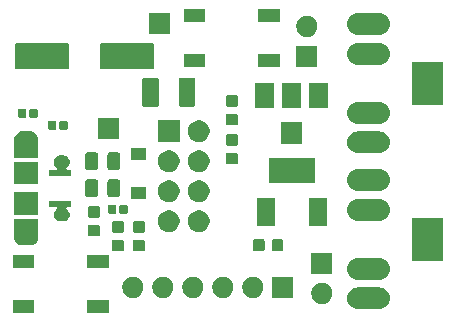
<source format=gbr>
G04 #@! TF.GenerationSoftware,KiCad,Pcbnew,5.1.6+dfsg1-1*
G04 #@! TF.CreationDate,2021-03-01T10:48:13-07:00*
G04 #@! TF.ProjectId,CurrentSensorV1,43757272-656e-4745-9365-6e736f725631,rev?*
G04 #@! TF.SameCoordinates,Original*
G04 #@! TF.FileFunction,Soldermask,Top*
G04 #@! TF.FilePolarity,Negative*
%FSLAX46Y46*%
G04 Gerber Fmt 4.6, Leading zero omitted, Abs format (unit mm)*
G04 Created by KiCad (PCBNEW 5.1.6+dfsg1-1) date 2021-03-01 10:48:13*
%MOMM*%
%LPD*%
G01*
G04 APERTURE LIST*
%ADD10C,0.350000*%
G04 APERTURE END LIST*
D10*
G36*
X141210995Y-91604996D02*
G01*
X139408997Y-91604996D01*
X139408997Y-90502996D01*
X141210995Y-90502996D01*
X141210995Y-91604996D01*
G37*
G36*
X134910998Y-91604996D02*
G01*
X133109000Y-91604996D01*
X133109000Y-90502996D01*
X134910998Y-90502996D01*
X134910998Y-91604996D01*
G37*
G36*
X164270529Y-89431398D02*
G01*
X164445079Y-89484348D01*
X164605947Y-89570333D01*
X164746949Y-89686051D01*
X164862667Y-89827053D01*
X164948652Y-89987921D01*
X165001602Y-90162471D01*
X165019480Y-90344000D01*
X165001602Y-90525529D01*
X164948652Y-90700079D01*
X164862667Y-90860947D01*
X164746949Y-91001949D01*
X164605947Y-91117667D01*
X164445079Y-91203652D01*
X164270529Y-91256602D01*
X164134490Y-91270000D01*
X162293510Y-91270000D01*
X162157471Y-91256602D01*
X161982921Y-91203652D01*
X161822053Y-91117667D01*
X161681051Y-91001949D01*
X161565333Y-90860947D01*
X161479348Y-90700079D01*
X161426398Y-90525529D01*
X161408520Y-90344000D01*
X161426398Y-90162471D01*
X161479348Y-89987921D01*
X161565333Y-89827053D01*
X161681051Y-89686051D01*
X161822053Y-89570333D01*
X161982921Y-89484348D01*
X162157471Y-89431398D01*
X162293510Y-89418000D01*
X164134490Y-89418000D01*
X164270529Y-89431398D01*
G37*
G36*
X159371512Y-89019927D02*
G01*
X159520812Y-89049624D01*
X159684784Y-89117544D01*
X159832354Y-89216147D01*
X159957853Y-89341646D01*
X160056456Y-89489216D01*
X160124376Y-89653188D01*
X160159000Y-89827259D01*
X160159000Y-90004741D01*
X160124376Y-90178812D01*
X160056456Y-90342784D01*
X159957853Y-90490354D01*
X159832354Y-90615853D01*
X159684784Y-90714456D01*
X159520812Y-90782376D01*
X159371512Y-90812073D01*
X159346742Y-90817000D01*
X159169258Y-90817000D01*
X159144488Y-90812073D01*
X158995188Y-90782376D01*
X158831216Y-90714456D01*
X158683646Y-90615853D01*
X158558147Y-90490354D01*
X158459544Y-90342784D01*
X158391624Y-90178812D01*
X158357000Y-90004741D01*
X158357000Y-89827259D01*
X158391624Y-89653188D01*
X158459544Y-89489216D01*
X158558147Y-89341646D01*
X158683646Y-89216147D01*
X158831216Y-89117544D01*
X158995188Y-89049624D01*
X159144488Y-89019927D01*
X159169258Y-89015000D01*
X159346742Y-89015000D01*
X159371512Y-89019927D01*
G37*
G36*
X153529512Y-88511927D02*
G01*
X153678812Y-88541624D01*
X153842784Y-88609544D01*
X153990354Y-88708147D01*
X154115853Y-88833646D01*
X154214456Y-88981216D01*
X154282376Y-89145188D01*
X154317000Y-89319259D01*
X154317000Y-89496741D01*
X154282376Y-89670812D01*
X154214456Y-89834784D01*
X154115853Y-89982354D01*
X153990354Y-90107853D01*
X153842784Y-90206456D01*
X153678812Y-90274376D01*
X153529512Y-90304073D01*
X153504742Y-90309000D01*
X153327258Y-90309000D01*
X153302488Y-90304073D01*
X153153188Y-90274376D01*
X152989216Y-90206456D01*
X152841646Y-90107853D01*
X152716147Y-89982354D01*
X152617544Y-89834784D01*
X152549624Y-89670812D01*
X152515000Y-89496741D01*
X152515000Y-89319259D01*
X152549624Y-89145188D01*
X152617544Y-88981216D01*
X152716147Y-88833646D01*
X152841646Y-88708147D01*
X152989216Y-88609544D01*
X153153188Y-88541624D01*
X153302488Y-88511927D01*
X153327258Y-88507000D01*
X153504742Y-88507000D01*
X153529512Y-88511927D01*
G37*
G36*
X150989512Y-88511927D02*
G01*
X151138812Y-88541624D01*
X151302784Y-88609544D01*
X151450354Y-88708147D01*
X151575853Y-88833646D01*
X151674456Y-88981216D01*
X151742376Y-89145188D01*
X151777000Y-89319259D01*
X151777000Y-89496741D01*
X151742376Y-89670812D01*
X151674456Y-89834784D01*
X151575853Y-89982354D01*
X151450354Y-90107853D01*
X151302784Y-90206456D01*
X151138812Y-90274376D01*
X150989512Y-90304073D01*
X150964742Y-90309000D01*
X150787258Y-90309000D01*
X150762488Y-90304073D01*
X150613188Y-90274376D01*
X150449216Y-90206456D01*
X150301646Y-90107853D01*
X150176147Y-89982354D01*
X150077544Y-89834784D01*
X150009624Y-89670812D01*
X149975000Y-89496741D01*
X149975000Y-89319259D01*
X150009624Y-89145188D01*
X150077544Y-88981216D01*
X150176147Y-88833646D01*
X150301646Y-88708147D01*
X150449216Y-88609544D01*
X150613188Y-88541624D01*
X150762488Y-88511927D01*
X150787258Y-88507000D01*
X150964742Y-88507000D01*
X150989512Y-88511927D01*
G37*
G36*
X148449512Y-88511927D02*
G01*
X148598812Y-88541624D01*
X148762784Y-88609544D01*
X148910354Y-88708147D01*
X149035853Y-88833646D01*
X149134456Y-88981216D01*
X149202376Y-89145188D01*
X149237000Y-89319259D01*
X149237000Y-89496741D01*
X149202376Y-89670812D01*
X149134456Y-89834784D01*
X149035853Y-89982354D01*
X148910354Y-90107853D01*
X148762784Y-90206456D01*
X148598812Y-90274376D01*
X148449512Y-90304073D01*
X148424742Y-90309000D01*
X148247258Y-90309000D01*
X148222488Y-90304073D01*
X148073188Y-90274376D01*
X147909216Y-90206456D01*
X147761646Y-90107853D01*
X147636147Y-89982354D01*
X147537544Y-89834784D01*
X147469624Y-89670812D01*
X147435000Y-89496741D01*
X147435000Y-89319259D01*
X147469624Y-89145188D01*
X147537544Y-88981216D01*
X147636147Y-88833646D01*
X147761646Y-88708147D01*
X147909216Y-88609544D01*
X148073188Y-88541624D01*
X148222488Y-88511927D01*
X148247258Y-88507000D01*
X148424742Y-88507000D01*
X148449512Y-88511927D01*
G37*
G36*
X145909512Y-88511927D02*
G01*
X146058812Y-88541624D01*
X146222784Y-88609544D01*
X146370354Y-88708147D01*
X146495853Y-88833646D01*
X146594456Y-88981216D01*
X146662376Y-89145188D01*
X146697000Y-89319259D01*
X146697000Y-89496741D01*
X146662376Y-89670812D01*
X146594456Y-89834784D01*
X146495853Y-89982354D01*
X146370354Y-90107853D01*
X146222784Y-90206456D01*
X146058812Y-90274376D01*
X145909512Y-90304073D01*
X145884742Y-90309000D01*
X145707258Y-90309000D01*
X145682488Y-90304073D01*
X145533188Y-90274376D01*
X145369216Y-90206456D01*
X145221646Y-90107853D01*
X145096147Y-89982354D01*
X144997544Y-89834784D01*
X144929624Y-89670812D01*
X144895000Y-89496741D01*
X144895000Y-89319259D01*
X144929624Y-89145188D01*
X144997544Y-88981216D01*
X145096147Y-88833646D01*
X145221646Y-88708147D01*
X145369216Y-88609544D01*
X145533188Y-88541624D01*
X145682488Y-88511927D01*
X145707258Y-88507000D01*
X145884742Y-88507000D01*
X145909512Y-88511927D01*
G37*
G36*
X143369512Y-88511927D02*
G01*
X143518812Y-88541624D01*
X143682784Y-88609544D01*
X143830354Y-88708147D01*
X143955853Y-88833646D01*
X144054456Y-88981216D01*
X144122376Y-89145188D01*
X144157000Y-89319259D01*
X144157000Y-89496741D01*
X144122376Y-89670812D01*
X144054456Y-89834784D01*
X143955853Y-89982354D01*
X143830354Y-90107853D01*
X143682784Y-90206456D01*
X143518812Y-90274376D01*
X143369512Y-90304073D01*
X143344742Y-90309000D01*
X143167258Y-90309000D01*
X143142488Y-90304073D01*
X142993188Y-90274376D01*
X142829216Y-90206456D01*
X142681646Y-90107853D01*
X142556147Y-89982354D01*
X142457544Y-89834784D01*
X142389624Y-89670812D01*
X142355000Y-89496741D01*
X142355000Y-89319259D01*
X142389624Y-89145188D01*
X142457544Y-88981216D01*
X142556147Y-88833646D01*
X142681646Y-88708147D01*
X142829216Y-88609544D01*
X142993188Y-88541624D01*
X143142488Y-88511927D01*
X143167258Y-88507000D01*
X143344742Y-88507000D01*
X143369512Y-88511927D01*
G37*
G36*
X156857000Y-90309000D02*
G01*
X155055000Y-90309000D01*
X155055000Y-88507000D01*
X156857000Y-88507000D01*
X156857000Y-90309000D01*
G37*
G36*
X164270529Y-86931398D02*
G01*
X164445079Y-86984348D01*
X164605947Y-87070333D01*
X164746949Y-87186051D01*
X164862667Y-87327053D01*
X164948652Y-87487921D01*
X165001602Y-87662471D01*
X165019480Y-87844000D01*
X165001602Y-88025529D01*
X164948652Y-88200079D01*
X164862667Y-88360947D01*
X164746949Y-88501949D01*
X164605947Y-88617667D01*
X164445079Y-88703652D01*
X164270529Y-88756602D01*
X164134490Y-88770000D01*
X162293510Y-88770000D01*
X162157471Y-88756602D01*
X161982921Y-88703652D01*
X161822053Y-88617667D01*
X161681051Y-88501949D01*
X161565333Y-88360947D01*
X161479348Y-88200079D01*
X161426398Y-88025529D01*
X161408520Y-87844000D01*
X161426398Y-87662471D01*
X161479348Y-87487921D01*
X161565333Y-87327053D01*
X161681051Y-87186051D01*
X161822053Y-87070333D01*
X161982921Y-86984348D01*
X162157471Y-86931398D01*
X162293510Y-86918000D01*
X164134490Y-86918000D01*
X164270529Y-86931398D01*
G37*
G36*
X160159000Y-88277000D02*
G01*
X158357000Y-88277000D01*
X158357000Y-86475000D01*
X160159000Y-86475000D01*
X160159000Y-88277000D01*
G37*
G36*
X141210995Y-87804999D02*
G01*
X139408997Y-87804999D01*
X139408997Y-86702999D01*
X141210995Y-86702999D01*
X141210995Y-87804999D01*
G37*
G36*
X134910998Y-87804999D02*
G01*
X133109000Y-87804999D01*
X133109000Y-86702999D01*
X134910998Y-86702999D01*
X134910998Y-87804999D01*
G37*
G36*
X169521000Y-87145000D02*
G01*
X166919000Y-87145000D01*
X166919000Y-83543000D01*
X169521000Y-83543000D01*
X169521000Y-87145000D01*
G37*
G36*
X154266091Y-85330085D02*
G01*
X154300069Y-85340393D01*
X154331390Y-85357134D01*
X154358839Y-85379661D01*
X154381366Y-85407110D01*
X154398107Y-85438431D01*
X154408415Y-85472409D01*
X154412500Y-85513890D01*
X154412500Y-86190110D01*
X154408415Y-86231591D01*
X154398107Y-86265569D01*
X154381366Y-86296890D01*
X154358839Y-86324339D01*
X154331390Y-86346866D01*
X154300069Y-86363607D01*
X154266091Y-86373915D01*
X154224610Y-86378000D01*
X153623390Y-86378000D01*
X153581909Y-86373915D01*
X153547931Y-86363607D01*
X153516610Y-86346866D01*
X153489161Y-86324339D01*
X153466634Y-86296890D01*
X153449893Y-86265569D01*
X153439585Y-86231591D01*
X153435500Y-86190110D01*
X153435500Y-85513890D01*
X153439585Y-85472409D01*
X153449893Y-85438431D01*
X153466634Y-85407110D01*
X153489161Y-85379661D01*
X153516610Y-85357134D01*
X153547931Y-85340393D01*
X153581909Y-85330085D01*
X153623390Y-85326000D01*
X154224610Y-85326000D01*
X154266091Y-85330085D01*
G37*
G36*
X155841091Y-85330085D02*
G01*
X155875069Y-85340393D01*
X155906390Y-85357134D01*
X155933839Y-85379661D01*
X155956366Y-85407110D01*
X155973107Y-85438431D01*
X155983415Y-85472409D01*
X155987500Y-85513890D01*
X155987500Y-86190110D01*
X155983415Y-86231591D01*
X155973107Y-86265569D01*
X155956366Y-86296890D01*
X155933839Y-86324339D01*
X155906390Y-86346866D01*
X155875069Y-86363607D01*
X155841091Y-86373915D01*
X155799610Y-86378000D01*
X155198390Y-86378000D01*
X155156909Y-86373915D01*
X155122931Y-86363607D01*
X155091610Y-86346866D01*
X155064161Y-86324339D01*
X155041634Y-86296890D01*
X155024893Y-86265569D01*
X155014585Y-86231591D01*
X155010500Y-86190110D01*
X155010500Y-85513890D01*
X155014585Y-85472409D01*
X155024893Y-85438431D01*
X155041634Y-85407110D01*
X155064161Y-85379661D01*
X155091610Y-85357134D01*
X155122931Y-85340393D01*
X155156909Y-85330085D01*
X155198390Y-85326000D01*
X155799610Y-85326000D01*
X155841091Y-85330085D01*
G37*
G36*
X144143591Y-85393085D02*
G01*
X144177569Y-85403393D01*
X144208890Y-85420134D01*
X144236339Y-85442661D01*
X144258866Y-85470110D01*
X144275607Y-85501431D01*
X144285915Y-85535409D01*
X144290000Y-85576890D01*
X144290000Y-86178110D01*
X144285915Y-86219591D01*
X144275607Y-86253569D01*
X144258866Y-86284890D01*
X144236339Y-86312339D01*
X144208890Y-86334866D01*
X144177569Y-86351607D01*
X144143591Y-86361915D01*
X144102110Y-86366000D01*
X143425890Y-86366000D01*
X143384409Y-86361915D01*
X143350431Y-86351607D01*
X143319110Y-86334866D01*
X143291661Y-86312339D01*
X143269134Y-86284890D01*
X143252393Y-86253569D01*
X143242085Y-86219591D01*
X143238000Y-86178110D01*
X143238000Y-85576890D01*
X143242085Y-85535409D01*
X143252393Y-85501431D01*
X143269134Y-85470110D01*
X143291661Y-85442661D01*
X143319110Y-85420134D01*
X143350431Y-85403393D01*
X143384409Y-85393085D01*
X143425890Y-85389000D01*
X144102110Y-85389000D01*
X144143591Y-85393085D01*
G37*
G36*
X142365591Y-85393085D02*
G01*
X142399569Y-85403393D01*
X142430890Y-85420134D01*
X142458339Y-85442661D01*
X142480866Y-85470110D01*
X142497607Y-85501431D01*
X142507915Y-85535409D01*
X142512000Y-85576890D01*
X142512000Y-86178110D01*
X142507915Y-86219591D01*
X142497607Y-86253569D01*
X142480866Y-86284890D01*
X142458339Y-86312339D01*
X142430890Y-86334866D01*
X142399569Y-86351607D01*
X142365591Y-86361915D01*
X142324110Y-86366000D01*
X141647890Y-86366000D01*
X141606409Y-86361915D01*
X141572431Y-86351607D01*
X141541110Y-86334866D01*
X141513661Y-86312339D01*
X141491134Y-86284890D01*
X141474393Y-86253569D01*
X141464085Y-86219591D01*
X141460000Y-86178110D01*
X141460000Y-85576890D01*
X141464085Y-85535409D01*
X141474393Y-85501431D01*
X141491134Y-85470110D01*
X141513661Y-85442661D01*
X141541110Y-85420134D01*
X141572431Y-85403393D01*
X141606409Y-85393085D01*
X141647890Y-85389000D01*
X142324110Y-85389000D01*
X142365591Y-85393085D01*
G37*
G36*
X135232000Y-85162886D02*
G01*
X135232602Y-85175138D01*
X135235149Y-85201000D01*
X135232602Y-85226862D01*
X135232000Y-85239114D01*
X135232000Y-85293008D01*
X135231382Y-85294164D01*
X135223563Y-85325376D01*
X135222580Y-85328616D01*
X135222580Y-85328618D01*
X135210887Y-85367164D01*
X135185354Y-85451336D01*
X135124906Y-85564425D01*
X135043554Y-85663554D01*
X134944425Y-85744906D01*
X134831336Y-85805354D01*
X134799404Y-85815040D01*
X134708618Y-85842580D01*
X134644855Y-85848860D01*
X134612974Y-85852000D01*
X133849026Y-85852000D01*
X133817145Y-85848860D01*
X133753382Y-85842580D01*
X133662596Y-85815040D01*
X133630664Y-85805354D01*
X133517575Y-85744906D01*
X133418446Y-85663554D01*
X133337094Y-85564425D01*
X133276646Y-85451336D01*
X133251113Y-85367164D01*
X133239420Y-85328618D01*
X133239420Y-85328616D01*
X133236162Y-85317876D01*
X133235723Y-85315672D01*
X133230000Y-85301869D01*
X133230000Y-85239114D01*
X133229398Y-85226862D01*
X133226851Y-85201000D01*
X133229398Y-85175138D01*
X133230000Y-85162886D01*
X133230000Y-83585000D01*
X135232000Y-83585000D01*
X135232000Y-85162886D01*
G37*
G36*
X140333591Y-84123085D02*
G01*
X140367569Y-84133393D01*
X140398890Y-84150134D01*
X140426339Y-84172661D01*
X140448866Y-84200110D01*
X140465607Y-84231431D01*
X140475915Y-84265409D01*
X140480000Y-84306890D01*
X140480000Y-84908110D01*
X140475915Y-84949591D01*
X140465607Y-84983569D01*
X140448866Y-85014890D01*
X140426339Y-85042339D01*
X140398890Y-85064866D01*
X140367569Y-85081607D01*
X140333591Y-85091915D01*
X140292110Y-85096000D01*
X139615890Y-85096000D01*
X139574409Y-85091915D01*
X139540431Y-85081607D01*
X139509110Y-85064866D01*
X139481661Y-85042339D01*
X139459134Y-85014890D01*
X139442393Y-84983569D01*
X139432085Y-84949591D01*
X139428000Y-84908110D01*
X139428000Y-84306890D01*
X139432085Y-84265409D01*
X139442393Y-84231431D01*
X139459134Y-84200110D01*
X139481661Y-84172661D01*
X139509110Y-84150134D01*
X139540431Y-84133393D01*
X139574409Y-84123085D01*
X139615890Y-84119000D01*
X140292110Y-84119000D01*
X140333591Y-84123085D01*
G37*
G36*
X142365591Y-83818085D02*
G01*
X142399569Y-83828393D01*
X142430890Y-83845134D01*
X142458339Y-83867661D01*
X142480866Y-83895110D01*
X142497607Y-83926431D01*
X142507915Y-83960409D01*
X142512000Y-84001890D01*
X142512000Y-84603110D01*
X142507915Y-84644591D01*
X142497607Y-84678569D01*
X142480866Y-84709890D01*
X142458339Y-84737339D01*
X142430890Y-84759866D01*
X142399569Y-84776607D01*
X142365591Y-84786915D01*
X142324110Y-84791000D01*
X141647890Y-84791000D01*
X141606409Y-84786915D01*
X141572431Y-84776607D01*
X141541110Y-84759866D01*
X141513661Y-84737339D01*
X141491134Y-84709890D01*
X141474393Y-84678569D01*
X141464085Y-84644591D01*
X141460000Y-84603110D01*
X141460000Y-84001890D01*
X141464085Y-83960409D01*
X141474393Y-83926431D01*
X141491134Y-83895110D01*
X141513661Y-83867661D01*
X141541110Y-83845134D01*
X141572431Y-83828393D01*
X141606409Y-83818085D01*
X141647890Y-83814000D01*
X142324110Y-83814000D01*
X142365591Y-83818085D01*
G37*
G36*
X144143591Y-83818085D02*
G01*
X144177569Y-83828393D01*
X144208890Y-83845134D01*
X144236339Y-83867661D01*
X144258866Y-83895110D01*
X144275607Y-83926431D01*
X144285915Y-83960409D01*
X144290000Y-84001890D01*
X144290000Y-84603110D01*
X144285915Y-84644591D01*
X144275607Y-84678569D01*
X144258866Y-84709890D01*
X144236339Y-84737339D01*
X144208890Y-84759866D01*
X144177569Y-84776607D01*
X144143591Y-84786915D01*
X144102110Y-84791000D01*
X143425890Y-84791000D01*
X143384409Y-84786915D01*
X143350431Y-84776607D01*
X143319110Y-84759866D01*
X143291661Y-84737339D01*
X143269134Y-84709890D01*
X143252393Y-84678569D01*
X143242085Y-84644591D01*
X143238000Y-84603110D01*
X143238000Y-84001890D01*
X143242085Y-83960409D01*
X143252393Y-83926431D01*
X143269134Y-83895110D01*
X143291661Y-83867661D01*
X143319110Y-83845134D01*
X143350431Y-83828393D01*
X143384409Y-83818085D01*
X143425890Y-83814000D01*
X144102110Y-83814000D01*
X144143591Y-83818085D01*
G37*
G36*
X146570778Y-82940547D02*
G01*
X146737224Y-83009491D01*
X146887022Y-83109583D01*
X147014417Y-83236978D01*
X147114509Y-83386776D01*
X147183453Y-83553222D01*
X147218600Y-83729918D01*
X147218600Y-83910082D01*
X147183453Y-84086778D01*
X147114509Y-84253224D01*
X147014417Y-84403022D01*
X146887022Y-84530417D01*
X146737224Y-84630509D01*
X146570778Y-84699453D01*
X146394082Y-84734600D01*
X146213918Y-84734600D01*
X146037222Y-84699453D01*
X145870776Y-84630509D01*
X145720978Y-84530417D01*
X145593583Y-84403022D01*
X145493491Y-84253224D01*
X145424547Y-84086778D01*
X145389400Y-83910082D01*
X145389400Y-83729918D01*
X145424547Y-83553222D01*
X145493491Y-83386776D01*
X145593583Y-83236978D01*
X145720978Y-83109583D01*
X145870776Y-83009491D01*
X146037222Y-82940547D01*
X146213918Y-82905400D01*
X146394082Y-82905400D01*
X146570778Y-82940547D01*
G37*
G36*
X149110778Y-82940547D02*
G01*
X149277224Y-83009491D01*
X149427022Y-83109583D01*
X149554417Y-83236978D01*
X149654509Y-83386776D01*
X149723453Y-83553222D01*
X149758600Y-83729918D01*
X149758600Y-83910082D01*
X149723453Y-84086778D01*
X149654509Y-84253224D01*
X149554417Y-84403022D01*
X149427022Y-84530417D01*
X149277224Y-84630509D01*
X149110778Y-84699453D01*
X148934082Y-84734600D01*
X148753918Y-84734600D01*
X148577222Y-84699453D01*
X148410776Y-84630509D01*
X148260978Y-84530417D01*
X148133583Y-84403022D01*
X148033491Y-84253224D01*
X147964547Y-84086778D01*
X147929400Y-83910082D01*
X147929400Y-83729918D01*
X147964547Y-83553222D01*
X148033491Y-83386776D01*
X148133583Y-83236978D01*
X148260978Y-83109583D01*
X148410776Y-83009491D01*
X148577222Y-82940547D01*
X148753918Y-82905400D01*
X148934082Y-82905400D01*
X149110778Y-82940547D01*
G37*
G36*
X159663295Y-81858323D02*
G01*
X159670310Y-81860451D01*
X159676776Y-81863908D01*
X159682442Y-81868558D01*
X159687092Y-81874224D01*
X159690549Y-81880690D01*
X159692677Y-81887705D01*
X159694000Y-81901140D01*
X159694000Y-82214860D01*
X159692677Y-82228295D01*
X159690549Y-82235309D01*
X159683190Y-82249077D01*
X159673813Y-82271716D01*
X159669033Y-82295749D01*
X159669033Y-82320253D01*
X159673814Y-82344286D01*
X159683190Y-82366923D01*
X159690549Y-82380691D01*
X159692677Y-82387705D01*
X159694000Y-82401140D01*
X159694000Y-82714860D01*
X159692677Y-82728295D01*
X159690549Y-82735309D01*
X159683190Y-82749077D01*
X159673813Y-82771716D01*
X159669033Y-82795749D01*
X159669033Y-82820253D01*
X159673814Y-82844286D01*
X159683190Y-82866923D01*
X159690549Y-82880691D01*
X159692677Y-82887705D01*
X159694000Y-82901140D01*
X159694000Y-83214860D01*
X159692677Y-83228295D01*
X159690549Y-83235309D01*
X159683190Y-83249077D01*
X159673813Y-83271716D01*
X159669033Y-83295749D01*
X159669033Y-83320253D01*
X159673814Y-83344286D01*
X159683190Y-83366923D01*
X159690549Y-83380691D01*
X159692677Y-83387705D01*
X159694000Y-83401140D01*
X159694000Y-83714860D01*
X159692677Y-83728295D01*
X159690549Y-83735309D01*
X159683190Y-83749077D01*
X159673813Y-83771716D01*
X159669033Y-83795749D01*
X159669033Y-83820253D01*
X159673814Y-83844286D01*
X159683190Y-83866923D01*
X159690549Y-83880691D01*
X159692677Y-83887705D01*
X159694000Y-83901140D01*
X159694000Y-84214860D01*
X159692677Y-84228295D01*
X159690549Y-84235310D01*
X159687092Y-84241776D01*
X159682442Y-84247442D01*
X159676776Y-84252092D01*
X159670310Y-84255549D01*
X159663295Y-84257677D01*
X159649860Y-84259000D01*
X158186140Y-84259000D01*
X158172705Y-84257677D01*
X158165690Y-84255549D01*
X158159224Y-84252092D01*
X158153558Y-84247442D01*
X158148908Y-84241776D01*
X158145451Y-84235310D01*
X158143323Y-84228295D01*
X158142000Y-84214860D01*
X158142000Y-83901140D01*
X158143323Y-83887705D01*
X158145451Y-83880691D01*
X158152810Y-83866923D01*
X158162187Y-83844284D01*
X158166967Y-83820251D01*
X158166967Y-83795747D01*
X158162186Y-83771714D01*
X158152810Y-83749077D01*
X158145451Y-83735309D01*
X158143323Y-83728295D01*
X158142000Y-83714860D01*
X158142000Y-83401140D01*
X158143323Y-83387705D01*
X158145451Y-83380691D01*
X158152810Y-83366923D01*
X158162187Y-83344284D01*
X158166967Y-83320251D01*
X158166967Y-83295747D01*
X158162186Y-83271714D01*
X158152810Y-83249077D01*
X158145451Y-83235309D01*
X158143323Y-83228295D01*
X158142000Y-83214860D01*
X158142000Y-82901140D01*
X158143323Y-82887705D01*
X158145451Y-82880691D01*
X158152810Y-82866923D01*
X158162187Y-82844284D01*
X158166967Y-82820251D01*
X158166967Y-82795747D01*
X158162186Y-82771714D01*
X158152810Y-82749077D01*
X158145451Y-82735309D01*
X158143323Y-82728295D01*
X158142000Y-82714860D01*
X158142000Y-82401140D01*
X158143323Y-82387705D01*
X158145451Y-82380691D01*
X158152810Y-82366923D01*
X158162187Y-82344284D01*
X158166967Y-82320251D01*
X158166967Y-82295747D01*
X158162186Y-82271714D01*
X158152810Y-82249077D01*
X158145451Y-82235309D01*
X158143323Y-82228295D01*
X158142000Y-82214860D01*
X158142000Y-81901140D01*
X158143323Y-81887705D01*
X158145451Y-81880690D01*
X158148908Y-81874224D01*
X158153558Y-81868558D01*
X158159224Y-81863908D01*
X158165690Y-81860451D01*
X158172705Y-81858323D01*
X158186140Y-81857000D01*
X159649860Y-81857000D01*
X159663295Y-81858323D01*
G37*
G36*
X155263295Y-81858323D02*
G01*
X155270310Y-81860451D01*
X155276776Y-81863908D01*
X155282442Y-81868558D01*
X155287092Y-81874224D01*
X155290549Y-81880690D01*
X155292677Y-81887705D01*
X155294000Y-81901140D01*
X155294000Y-82214860D01*
X155292677Y-82228295D01*
X155290549Y-82235309D01*
X155283190Y-82249077D01*
X155273813Y-82271716D01*
X155269033Y-82295749D01*
X155269033Y-82320253D01*
X155273814Y-82344286D01*
X155283190Y-82366923D01*
X155290549Y-82380691D01*
X155292677Y-82387705D01*
X155294000Y-82401140D01*
X155294000Y-82714860D01*
X155292677Y-82728295D01*
X155290549Y-82735309D01*
X155283190Y-82749077D01*
X155273813Y-82771716D01*
X155269033Y-82795749D01*
X155269033Y-82820253D01*
X155273814Y-82844286D01*
X155283190Y-82866923D01*
X155290549Y-82880691D01*
X155292677Y-82887705D01*
X155294000Y-82901140D01*
X155294000Y-83214860D01*
X155292677Y-83228295D01*
X155290549Y-83235309D01*
X155283190Y-83249077D01*
X155273813Y-83271716D01*
X155269033Y-83295749D01*
X155269033Y-83320253D01*
X155273814Y-83344286D01*
X155283190Y-83366923D01*
X155290549Y-83380691D01*
X155292677Y-83387705D01*
X155294000Y-83401140D01*
X155294000Y-83714860D01*
X155292677Y-83728295D01*
X155290549Y-83735309D01*
X155283190Y-83749077D01*
X155273813Y-83771716D01*
X155269033Y-83795749D01*
X155269033Y-83820253D01*
X155273814Y-83844286D01*
X155283190Y-83866923D01*
X155290549Y-83880691D01*
X155292677Y-83887705D01*
X155294000Y-83901140D01*
X155294000Y-84214860D01*
X155292677Y-84228295D01*
X155290549Y-84235310D01*
X155287092Y-84241776D01*
X155282442Y-84247442D01*
X155276776Y-84252092D01*
X155270310Y-84255549D01*
X155263295Y-84257677D01*
X155249860Y-84259000D01*
X153786140Y-84259000D01*
X153772705Y-84257677D01*
X153765690Y-84255549D01*
X153759224Y-84252092D01*
X153753558Y-84247442D01*
X153748908Y-84241776D01*
X153745451Y-84235310D01*
X153743323Y-84228295D01*
X153742000Y-84214860D01*
X153742000Y-83901140D01*
X153743323Y-83887705D01*
X153745451Y-83880691D01*
X153752810Y-83866923D01*
X153762187Y-83844284D01*
X153766967Y-83820251D01*
X153766967Y-83795747D01*
X153762186Y-83771714D01*
X153752810Y-83749077D01*
X153745451Y-83735309D01*
X153743323Y-83728295D01*
X153742000Y-83714860D01*
X153742000Y-83401140D01*
X153743323Y-83387705D01*
X153745451Y-83380691D01*
X153752810Y-83366923D01*
X153762187Y-83344284D01*
X153766967Y-83320251D01*
X153766967Y-83295747D01*
X153762186Y-83271714D01*
X153752810Y-83249077D01*
X153745451Y-83235309D01*
X153743323Y-83228295D01*
X153742000Y-83214860D01*
X153742000Y-82901140D01*
X153743323Y-82887705D01*
X153745451Y-82880691D01*
X153752810Y-82866923D01*
X153762187Y-82844284D01*
X153766967Y-82820251D01*
X153766967Y-82795747D01*
X153762186Y-82771714D01*
X153752810Y-82749077D01*
X153745451Y-82735309D01*
X153743323Y-82728295D01*
X153742000Y-82714860D01*
X153742000Y-82401140D01*
X153743323Y-82387705D01*
X153745451Y-82380691D01*
X153752810Y-82366923D01*
X153762187Y-82344284D01*
X153766967Y-82320251D01*
X153766967Y-82295747D01*
X153762186Y-82271714D01*
X153752810Y-82249077D01*
X153745451Y-82235309D01*
X153743323Y-82228295D01*
X153742000Y-82214860D01*
X153742000Y-81901140D01*
X153743323Y-81887705D01*
X153745451Y-81880690D01*
X153748908Y-81874224D01*
X153753558Y-81868558D01*
X153759224Y-81863908D01*
X153765690Y-81860451D01*
X153772705Y-81858323D01*
X153786140Y-81857000D01*
X155249860Y-81857000D01*
X155263295Y-81858323D01*
G37*
G36*
X138049200Y-82577025D02*
G01*
X137767061Y-82577025D01*
X137742675Y-82579427D01*
X137719226Y-82586540D01*
X137697615Y-82598091D01*
X137678673Y-82613636D01*
X137663128Y-82632578D01*
X137651577Y-82654189D01*
X137644464Y-82677638D01*
X137642062Y-82702024D01*
X137644464Y-82726410D01*
X137651577Y-82749859D01*
X137663128Y-82771470D01*
X137687759Y-82798646D01*
X137740264Y-82841736D01*
X137812244Y-82929443D01*
X137846429Y-82993399D01*
X137865728Y-83029505D01*
X137865729Y-83029508D01*
X137898666Y-83138084D01*
X137909787Y-83251000D01*
X137898666Y-83363916D01*
X137870277Y-83457500D01*
X137865728Y-83472495D01*
X137861804Y-83479836D01*
X137812244Y-83572557D01*
X137740264Y-83660264D01*
X137652557Y-83732244D01*
X137602499Y-83759000D01*
X137552495Y-83785728D01*
X137552492Y-83785729D01*
X137443916Y-83818666D01*
X137359298Y-83827000D01*
X137102702Y-83827000D01*
X137018084Y-83818666D01*
X136909508Y-83785729D01*
X136909505Y-83785728D01*
X136859501Y-83759000D01*
X136809443Y-83732244D01*
X136721736Y-83660264D01*
X136649756Y-83572557D01*
X136600196Y-83479836D01*
X136596272Y-83472495D01*
X136591723Y-83457500D01*
X136563334Y-83363916D01*
X136552213Y-83251000D01*
X136563334Y-83138084D01*
X136596271Y-83029508D01*
X136596272Y-83029505D01*
X136615571Y-82993399D01*
X136649756Y-82929443D01*
X136721736Y-82841736D01*
X136774242Y-82798645D01*
X136791565Y-82781322D01*
X136805178Y-82760948D01*
X136814556Y-82738309D01*
X136819336Y-82714276D01*
X136819336Y-82689772D01*
X136814556Y-82665739D01*
X136805178Y-82643100D01*
X136791564Y-82622725D01*
X136774237Y-82605398D01*
X136753863Y-82591785D01*
X136731224Y-82582407D01*
X136694939Y-82577025D01*
X136169200Y-82577025D01*
X136169200Y-82074975D01*
X138049200Y-82074975D01*
X138049200Y-82577025D01*
G37*
G36*
X164270529Y-81931398D02*
G01*
X164445079Y-81984348D01*
X164605947Y-82070333D01*
X164746949Y-82186051D01*
X164862667Y-82327053D01*
X164948652Y-82487921D01*
X165001602Y-82662471D01*
X165019480Y-82844000D01*
X165001602Y-83025529D01*
X164948652Y-83200079D01*
X164862667Y-83360947D01*
X164746949Y-83501949D01*
X164605947Y-83617667D01*
X164445079Y-83703652D01*
X164270529Y-83756602D01*
X164134490Y-83770000D01*
X162293510Y-83770000D01*
X162157471Y-83756602D01*
X161982921Y-83703652D01*
X161822053Y-83617667D01*
X161681051Y-83501949D01*
X161565333Y-83360947D01*
X161479348Y-83200079D01*
X161426398Y-83025529D01*
X161408520Y-82844000D01*
X161426398Y-82662471D01*
X161479348Y-82487921D01*
X161565333Y-82327053D01*
X161681051Y-82186051D01*
X161822053Y-82070333D01*
X161982921Y-81984348D01*
X162157471Y-81931398D01*
X162293510Y-81918000D01*
X164134490Y-81918000D01*
X164270529Y-81931398D01*
G37*
G36*
X140333591Y-82548085D02*
G01*
X140367569Y-82558393D01*
X140398890Y-82575134D01*
X140426339Y-82597661D01*
X140448866Y-82625110D01*
X140465607Y-82656431D01*
X140475915Y-82690409D01*
X140480000Y-82731890D01*
X140480000Y-83333110D01*
X140475915Y-83374591D01*
X140465607Y-83408569D01*
X140448866Y-83439890D01*
X140426339Y-83467339D01*
X140398890Y-83489866D01*
X140367569Y-83506607D01*
X140333591Y-83516915D01*
X140292110Y-83521000D01*
X139615890Y-83521000D01*
X139574409Y-83516915D01*
X139540431Y-83506607D01*
X139509110Y-83489866D01*
X139481661Y-83467339D01*
X139459134Y-83439890D01*
X139442393Y-83408569D01*
X139432085Y-83374591D01*
X139428000Y-83333110D01*
X139428000Y-82731890D01*
X139432085Y-82690409D01*
X139442393Y-82656431D01*
X139459134Y-82625110D01*
X139481661Y-82597661D01*
X139509110Y-82575134D01*
X139540431Y-82558393D01*
X139574409Y-82548085D01*
X139615890Y-82544000D01*
X140292110Y-82544000D01*
X140333591Y-82548085D01*
G37*
G36*
X135232000Y-83252000D02*
G01*
X133230000Y-83252000D01*
X133230000Y-81350000D01*
X135232000Y-81350000D01*
X135232000Y-83252000D01*
G37*
G36*
X142727938Y-82435716D02*
G01*
X142748557Y-82441971D01*
X142767553Y-82452124D01*
X142784208Y-82465792D01*
X142797876Y-82482447D01*
X142808029Y-82501443D01*
X142814284Y-82522062D01*
X142817000Y-82549640D01*
X142817000Y-83058360D01*
X142814284Y-83085938D01*
X142808029Y-83106557D01*
X142797876Y-83125553D01*
X142784208Y-83142208D01*
X142767553Y-83155876D01*
X142748557Y-83166029D01*
X142727938Y-83172284D01*
X142700360Y-83175000D01*
X142241640Y-83175000D01*
X142214062Y-83172284D01*
X142193443Y-83166029D01*
X142174447Y-83155876D01*
X142157792Y-83142208D01*
X142144124Y-83125553D01*
X142133971Y-83106557D01*
X142127716Y-83085938D01*
X142125000Y-83058360D01*
X142125000Y-82549640D01*
X142127716Y-82522062D01*
X142133971Y-82501443D01*
X142144124Y-82482447D01*
X142157792Y-82465792D01*
X142174447Y-82452124D01*
X142193443Y-82441971D01*
X142214062Y-82435716D01*
X142241640Y-82433000D01*
X142700360Y-82433000D01*
X142727938Y-82435716D01*
G37*
G36*
X141757938Y-82435716D02*
G01*
X141778557Y-82441971D01*
X141797553Y-82452124D01*
X141814208Y-82465792D01*
X141827876Y-82482447D01*
X141838029Y-82501443D01*
X141844284Y-82522062D01*
X141847000Y-82549640D01*
X141847000Y-83058360D01*
X141844284Y-83085938D01*
X141838029Y-83106557D01*
X141827876Y-83125553D01*
X141814208Y-83142208D01*
X141797553Y-83155876D01*
X141778557Y-83166029D01*
X141757938Y-83172284D01*
X141730360Y-83175000D01*
X141271640Y-83175000D01*
X141244062Y-83172284D01*
X141223443Y-83166029D01*
X141204447Y-83155876D01*
X141187792Y-83142208D01*
X141174124Y-83125553D01*
X141163971Y-83106557D01*
X141157716Y-83085938D01*
X141155000Y-83058360D01*
X141155000Y-82549640D01*
X141157716Y-82522062D01*
X141163971Y-82501443D01*
X141174124Y-82482447D01*
X141187792Y-82465792D01*
X141204447Y-82452124D01*
X141223443Y-82441971D01*
X141244062Y-82435716D01*
X141271640Y-82433000D01*
X141730360Y-82433000D01*
X141757938Y-82435716D01*
G37*
G36*
X146570778Y-80400547D02*
G01*
X146737224Y-80469491D01*
X146887022Y-80569583D01*
X147014417Y-80696978D01*
X147114509Y-80846776D01*
X147183453Y-81013222D01*
X147218600Y-81189918D01*
X147218600Y-81370082D01*
X147183453Y-81546778D01*
X147114509Y-81713224D01*
X147014417Y-81863022D01*
X146887022Y-81990417D01*
X146737224Y-82090509D01*
X146570778Y-82159453D01*
X146394082Y-82194600D01*
X146213918Y-82194600D01*
X146037222Y-82159453D01*
X145870776Y-82090509D01*
X145720978Y-81990417D01*
X145593583Y-81863022D01*
X145493491Y-81713224D01*
X145424547Y-81546778D01*
X145389400Y-81370082D01*
X145389400Y-81189918D01*
X145424547Y-81013222D01*
X145493491Y-80846776D01*
X145593583Y-80696978D01*
X145720978Y-80569583D01*
X145870776Y-80469491D01*
X146037222Y-80400547D01*
X146213918Y-80365400D01*
X146394082Y-80365400D01*
X146570778Y-80400547D01*
G37*
G36*
X149110778Y-80400547D02*
G01*
X149277224Y-80469491D01*
X149427022Y-80569583D01*
X149554417Y-80696978D01*
X149654509Y-80846776D01*
X149723453Y-81013222D01*
X149758600Y-81189918D01*
X149758600Y-81370082D01*
X149723453Y-81546778D01*
X149654509Y-81713224D01*
X149554417Y-81863022D01*
X149427022Y-81990417D01*
X149277224Y-82090509D01*
X149110778Y-82159453D01*
X148934082Y-82194600D01*
X148753918Y-82194600D01*
X148577222Y-82159453D01*
X148410776Y-82090509D01*
X148260978Y-81990417D01*
X148133583Y-81863022D01*
X148033491Y-81713224D01*
X147964547Y-81546778D01*
X147929400Y-81370082D01*
X147929400Y-81189918D01*
X147964547Y-81013222D01*
X148033491Y-80846776D01*
X148133583Y-80696978D01*
X148260978Y-80569583D01*
X148410776Y-80469491D01*
X148577222Y-80400547D01*
X148753918Y-80365400D01*
X148934082Y-80365400D01*
X149110778Y-80400547D01*
G37*
G36*
X144415000Y-81907000D02*
G01*
X143113000Y-81907000D01*
X143113000Y-80905000D01*
X144415000Y-80905000D01*
X144415000Y-81907000D01*
G37*
G36*
X140150468Y-80279565D02*
G01*
X140189138Y-80291296D01*
X140224777Y-80310346D01*
X140256017Y-80335983D01*
X140281654Y-80367223D01*
X140300704Y-80402862D01*
X140312435Y-80441532D01*
X140317000Y-80487888D01*
X140317000Y-81564112D01*
X140312435Y-81610468D01*
X140300704Y-81649138D01*
X140281654Y-81684777D01*
X140256017Y-81716017D01*
X140224777Y-81741654D01*
X140189138Y-81760704D01*
X140150468Y-81772435D01*
X140104112Y-81777000D01*
X139452888Y-81777000D01*
X139406532Y-81772435D01*
X139367862Y-81760704D01*
X139332223Y-81741654D01*
X139300983Y-81716017D01*
X139275346Y-81684777D01*
X139256296Y-81649138D01*
X139244565Y-81610468D01*
X139240000Y-81564112D01*
X139240000Y-80487888D01*
X139244565Y-80441532D01*
X139256296Y-80402862D01*
X139275346Y-80367223D01*
X139300983Y-80335983D01*
X139332223Y-80310346D01*
X139367862Y-80291296D01*
X139406532Y-80279565D01*
X139452888Y-80275000D01*
X140104112Y-80275000D01*
X140150468Y-80279565D01*
G37*
G36*
X142025468Y-80279565D02*
G01*
X142064138Y-80291296D01*
X142099777Y-80310346D01*
X142131017Y-80335983D01*
X142156654Y-80367223D01*
X142175704Y-80402862D01*
X142187435Y-80441532D01*
X142192000Y-80487888D01*
X142192000Y-81564112D01*
X142187435Y-81610468D01*
X142175704Y-81649138D01*
X142156654Y-81684777D01*
X142131017Y-81716017D01*
X142099777Y-81741654D01*
X142064138Y-81760704D01*
X142025468Y-81772435D01*
X141979112Y-81777000D01*
X141327888Y-81777000D01*
X141281532Y-81772435D01*
X141242862Y-81760704D01*
X141207223Y-81741654D01*
X141175983Y-81716017D01*
X141150346Y-81684777D01*
X141131296Y-81649138D01*
X141119565Y-81610468D01*
X141115000Y-81564112D01*
X141115000Y-80487888D01*
X141119565Y-80441532D01*
X141131296Y-80402862D01*
X141150346Y-80367223D01*
X141175983Y-80335983D01*
X141207223Y-80310346D01*
X141242862Y-80291296D01*
X141281532Y-80279565D01*
X141327888Y-80275000D01*
X141979112Y-80275000D01*
X142025468Y-80279565D01*
G37*
G36*
X164270529Y-79431398D02*
G01*
X164445079Y-79484348D01*
X164605947Y-79570333D01*
X164746949Y-79686051D01*
X164862667Y-79827053D01*
X164948652Y-79987921D01*
X165001602Y-80162471D01*
X165019480Y-80344000D01*
X165001602Y-80525529D01*
X164948652Y-80700079D01*
X164862667Y-80860947D01*
X164746949Y-81001949D01*
X164605947Y-81117667D01*
X164445079Y-81203652D01*
X164270529Y-81256602D01*
X164134490Y-81270000D01*
X162293510Y-81270000D01*
X162157471Y-81256602D01*
X161982921Y-81203652D01*
X161822053Y-81117667D01*
X161681051Y-81001949D01*
X161565333Y-80860947D01*
X161479348Y-80700079D01*
X161426398Y-80525529D01*
X161408520Y-80344000D01*
X161426398Y-80162471D01*
X161479348Y-79987921D01*
X161565333Y-79827053D01*
X161681051Y-79686051D01*
X161822053Y-79570333D01*
X161982921Y-79484348D01*
X162157471Y-79431398D01*
X162293510Y-79418000D01*
X164134490Y-79418000D01*
X164270529Y-79431398D01*
G37*
G36*
X135232000Y-80702000D02*
G01*
X133230000Y-80702000D01*
X133230000Y-78800000D01*
X135232000Y-78800000D01*
X135232000Y-80702000D01*
G37*
G36*
X158669000Y-80553000D02*
G01*
X154767000Y-80553000D01*
X154767000Y-78451000D01*
X158669000Y-78451000D01*
X158669000Y-80553000D01*
G37*
G36*
X137443916Y-78233334D02*
G01*
X137552492Y-78266271D01*
X137552495Y-78266272D01*
X137588601Y-78285571D01*
X137652557Y-78319756D01*
X137740264Y-78391736D01*
X137812244Y-78479443D01*
X137846429Y-78543399D01*
X137865728Y-78579505D01*
X137865729Y-78579508D01*
X137898666Y-78688084D01*
X137909787Y-78801000D01*
X137898666Y-78913916D01*
X137865729Y-79022492D01*
X137865728Y-79022495D01*
X137846429Y-79058601D01*
X137812244Y-79122557D01*
X137740264Y-79210264D01*
X137687758Y-79253355D01*
X137670435Y-79270678D01*
X137656822Y-79291052D01*
X137647444Y-79313691D01*
X137642664Y-79337724D01*
X137642664Y-79362228D01*
X137647444Y-79386261D01*
X137656822Y-79408900D01*
X137670436Y-79429275D01*
X137687763Y-79446602D01*
X137708137Y-79460215D01*
X137730776Y-79469593D01*
X137767061Y-79474975D01*
X138049200Y-79474975D01*
X138049200Y-79977025D01*
X136169200Y-79977025D01*
X136169200Y-79474975D01*
X136694939Y-79474975D01*
X136719325Y-79472573D01*
X136742774Y-79465460D01*
X136764385Y-79453909D01*
X136783327Y-79438364D01*
X136798872Y-79419422D01*
X136810423Y-79397811D01*
X136817536Y-79374362D01*
X136819938Y-79349976D01*
X136817536Y-79325590D01*
X136810423Y-79302141D01*
X136798872Y-79280530D01*
X136774241Y-79253354D01*
X136721736Y-79210264D01*
X136649756Y-79122557D01*
X136615571Y-79058601D01*
X136596272Y-79022495D01*
X136596271Y-79022492D01*
X136563334Y-78913916D01*
X136552213Y-78801000D01*
X136563334Y-78688084D01*
X136596271Y-78579508D01*
X136596272Y-78579505D01*
X136615571Y-78543399D01*
X136649756Y-78479443D01*
X136721736Y-78391736D01*
X136809443Y-78319756D01*
X136873399Y-78285571D01*
X136909505Y-78266272D01*
X136909508Y-78266271D01*
X137018084Y-78233334D01*
X137102702Y-78225000D01*
X137359298Y-78225000D01*
X137443916Y-78233334D01*
G37*
G36*
X149110778Y-77860547D02*
G01*
X149277224Y-77929491D01*
X149427022Y-78029583D01*
X149554417Y-78156978D01*
X149654509Y-78306776D01*
X149723453Y-78473222D01*
X149758600Y-78649918D01*
X149758600Y-78830082D01*
X149723453Y-79006778D01*
X149654509Y-79173224D01*
X149554417Y-79323022D01*
X149427022Y-79450417D01*
X149277224Y-79550509D01*
X149110778Y-79619453D01*
X148934082Y-79654600D01*
X148753918Y-79654600D01*
X148577222Y-79619453D01*
X148410776Y-79550509D01*
X148260978Y-79450417D01*
X148133583Y-79323022D01*
X148033491Y-79173224D01*
X147964547Y-79006778D01*
X147929400Y-78830082D01*
X147929400Y-78649918D01*
X147964547Y-78473222D01*
X148033491Y-78306776D01*
X148133583Y-78156978D01*
X148260978Y-78029583D01*
X148410776Y-77929491D01*
X148577222Y-77860547D01*
X148753918Y-77825400D01*
X148934082Y-77825400D01*
X149110778Y-77860547D01*
G37*
G36*
X146570778Y-77860547D02*
G01*
X146737224Y-77929491D01*
X146887022Y-78029583D01*
X147014417Y-78156978D01*
X147114509Y-78306776D01*
X147183453Y-78473222D01*
X147218600Y-78649918D01*
X147218600Y-78830082D01*
X147183453Y-79006778D01*
X147114509Y-79173224D01*
X147014417Y-79323022D01*
X146887022Y-79450417D01*
X146737224Y-79550509D01*
X146570778Y-79619453D01*
X146394082Y-79654600D01*
X146213918Y-79654600D01*
X146037222Y-79619453D01*
X145870776Y-79550509D01*
X145720978Y-79450417D01*
X145593583Y-79323022D01*
X145493491Y-79173224D01*
X145424547Y-79006778D01*
X145389400Y-78830082D01*
X145389400Y-78649918D01*
X145424547Y-78473222D01*
X145493491Y-78306776D01*
X145593583Y-78156978D01*
X145720978Y-78029583D01*
X145870776Y-77929491D01*
X146037222Y-77860547D01*
X146213918Y-77825400D01*
X146394082Y-77825400D01*
X146570778Y-77860547D01*
G37*
G36*
X140150468Y-77993565D02*
G01*
X140189138Y-78005296D01*
X140224777Y-78024346D01*
X140256017Y-78049983D01*
X140281654Y-78081223D01*
X140300704Y-78116862D01*
X140312435Y-78155532D01*
X140317000Y-78201888D01*
X140317000Y-79278112D01*
X140312435Y-79324468D01*
X140300704Y-79363138D01*
X140281654Y-79398777D01*
X140256017Y-79430017D01*
X140224777Y-79455654D01*
X140189138Y-79474704D01*
X140150468Y-79486435D01*
X140104112Y-79491000D01*
X139452888Y-79491000D01*
X139406532Y-79486435D01*
X139367862Y-79474704D01*
X139332223Y-79455654D01*
X139300983Y-79430017D01*
X139275346Y-79398777D01*
X139256296Y-79363138D01*
X139244565Y-79324468D01*
X139240000Y-79278112D01*
X139240000Y-78201888D01*
X139244565Y-78155532D01*
X139256296Y-78116862D01*
X139275346Y-78081223D01*
X139300983Y-78049983D01*
X139332223Y-78024346D01*
X139367862Y-78005296D01*
X139406532Y-77993565D01*
X139452888Y-77989000D01*
X140104112Y-77989000D01*
X140150468Y-77993565D01*
G37*
G36*
X142025468Y-77993565D02*
G01*
X142064138Y-78005296D01*
X142099777Y-78024346D01*
X142131017Y-78049983D01*
X142156654Y-78081223D01*
X142175704Y-78116862D01*
X142187435Y-78155532D01*
X142192000Y-78201888D01*
X142192000Y-79278112D01*
X142187435Y-79324468D01*
X142175704Y-79363138D01*
X142156654Y-79398777D01*
X142131017Y-79430017D01*
X142099777Y-79455654D01*
X142064138Y-79474704D01*
X142025468Y-79486435D01*
X141979112Y-79491000D01*
X141327888Y-79491000D01*
X141281532Y-79486435D01*
X141242862Y-79474704D01*
X141207223Y-79455654D01*
X141175983Y-79430017D01*
X141150346Y-79398777D01*
X141131296Y-79363138D01*
X141119565Y-79324468D01*
X141115000Y-79278112D01*
X141115000Y-78201888D01*
X141119565Y-78155532D01*
X141131296Y-78116862D01*
X141150346Y-78081223D01*
X141175983Y-78049983D01*
X141207223Y-78024346D01*
X141242862Y-78005296D01*
X141281532Y-77993565D01*
X141327888Y-77989000D01*
X141979112Y-77989000D01*
X142025468Y-77993565D01*
G37*
G36*
X152017591Y-78027085D02*
G01*
X152051569Y-78037393D01*
X152082890Y-78054134D01*
X152110339Y-78076661D01*
X152132866Y-78104110D01*
X152149607Y-78135431D01*
X152159915Y-78169409D01*
X152164000Y-78210890D01*
X152164000Y-78812110D01*
X152159915Y-78853591D01*
X152149607Y-78887569D01*
X152132866Y-78918890D01*
X152110339Y-78946339D01*
X152082890Y-78968866D01*
X152051569Y-78985607D01*
X152017591Y-78995915D01*
X151976110Y-79000000D01*
X151299890Y-79000000D01*
X151258409Y-78995915D01*
X151224431Y-78985607D01*
X151193110Y-78968866D01*
X151165661Y-78946339D01*
X151143134Y-78918890D01*
X151126393Y-78887569D01*
X151116085Y-78853591D01*
X151112000Y-78812110D01*
X151112000Y-78210890D01*
X151116085Y-78169409D01*
X151126393Y-78135431D01*
X151143134Y-78104110D01*
X151165661Y-78076661D01*
X151193110Y-78054134D01*
X151224431Y-78037393D01*
X151258409Y-78027085D01*
X151299890Y-78023000D01*
X151976110Y-78023000D01*
X152017591Y-78027085D01*
G37*
G36*
X144415000Y-78607000D02*
G01*
X143113000Y-78607000D01*
X143113000Y-77605000D01*
X144415000Y-77605000D01*
X144415000Y-78607000D01*
G37*
G36*
X134644855Y-76203140D02*
G01*
X134708618Y-76209420D01*
X134799404Y-76236960D01*
X134831336Y-76246646D01*
X134944425Y-76307094D01*
X135043554Y-76388446D01*
X135124906Y-76487575D01*
X135185354Y-76600664D01*
X135222909Y-76724468D01*
X135227251Y-76746291D01*
X135232000Y-76757755D01*
X135232000Y-76812886D01*
X135232602Y-76825138D01*
X135235149Y-76851000D01*
X135232602Y-76876862D01*
X135232000Y-76889114D01*
X135232000Y-78467000D01*
X133230000Y-78467000D01*
X133230000Y-76889114D01*
X133229398Y-76876862D01*
X133226851Y-76851000D01*
X133229398Y-76825138D01*
X133230000Y-76812886D01*
X133230000Y-76758992D01*
X133230618Y-76757836D01*
X133238437Y-76726624D01*
X133276646Y-76600664D01*
X133337094Y-76487575D01*
X133418446Y-76388446D01*
X133517575Y-76307094D01*
X133630664Y-76246646D01*
X133662596Y-76236960D01*
X133753382Y-76209420D01*
X133817145Y-76203140D01*
X133849026Y-76200000D01*
X134612974Y-76200000D01*
X134644855Y-76203140D01*
G37*
G36*
X164270529Y-76223398D02*
G01*
X164445079Y-76276348D01*
X164605947Y-76362333D01*
X164746949Y-76478051D01*
X164862667Y-76619053D01*
X164948652Y-76779921D01*
X165001602Y-76954471D01*
X165019480Y-77136000D01*
X165001602Y-77317529D01*
X164948652Y-77492079D01*
X164862667Y-77652947D01*
X164746949Y-77793949D01*
X164605947Y-77909667D01*
X164445079Y-77995652D01*
X164270529Y-78048602D01*
X164134490Y-78062000D01*
X162293510Y-78062000D01*
X162157471Y-78048602D01*
X161982921Y-77995652D01*
X161822053Y-77909667D01*
X161681051Y-77793949D01*
X161565333Y-77652947D01*
X161479348Y-77492079D01*
X161426398Y-77317529D01*
X161408520Y-77136000D01*
X161426398Y-76954471D01*
X161479348Y-76779921D01*
X161565333Y-76619053D01*
X161681051Y-76478051D01*
X161822053Y-76362333D01*
X161982921Y-76276348D01*
X162157471Y-76223398D01*
X162293510Y-76210000D01*
X164134490Y-76210000D01*
X164270529Y-76223398D01*
G37*
G36*
X152017591Y-76452085D02*
G01*
X152051569Y-76462393D01*
X152082890Y-76479134D01*
X152110339Y-76501661D01*
X152132866Y-76529110D01*
X152149607Y-76560431D01*
X152159915Y-76594409D01*
X152164000Y-76635890D01*
X152164000Y-77237110D01*
X152159915Y-77278591D01*
X152149607Y-77312569D01*
X152132866Y-77343890D01*
X152110339Y-77371339D01*
X152082890Y-77393866D01*
X152051569Y-77410607D01*
X152017591Y-77420915D01*
X151976110Y-77425000D01*
X151299890Y-77425000D01*
X151258409Y-77420915D01*
X151224431Y-77410607D01*
X151193110Y-77393866D01*
X151165661Y-77371339D01*
X151143134Y-77343890D01*
X151126393Y-77312569D01*
X151116085Y-77278591D01*
X151112000Y-77237110D01*
X151112000Y-76635890D01*
X151116085Y-76594409D01*
X151126393Y-76560431D01*
X151143134Y-76529110D01*
X151165661Y-76501661D01*
X151193110Y-76479134D01*
X151224431Y-76462393D01*
X151258409Y-76452085D01*
X151299890Y-76448000D01*
X151976110Y-76448000D01*
X152017591Y-76452085D01*
G37*
G36*
X157619000Y-77253000D02*
G01*
X155817000Y-77253000D01*
X155817000Y-75451000D01*
X157619000Y-75451000D01*
X157619000Y-77253000D01*
G37*
G36*
X147218600Y-77114600D02*
G01*
X145389400Y-77114600D01*
X145389400Y-75285400D01*
X147218600Y-75285400D01*
X147218600Y-77114600D01*
G37*
G36*
X149110778Y-75320547D02*
G01*
X149277224Y-75389491D01*
X149427022Y-75489583D01*
X149554417Y-75616978D01*
X149654509Y-75766776D01*
X149723453Y-75933222D01*
X149758600Y-76109918D01*
X149758600Y-76290082D01*
X149723453Y-76466778D01*
X149654509Y-76633224D01*
X149554417Y-76783022D01*
X149427022Y-76910417D01*
X149277224Y-77010509D01*
X149110778Y-77079453D01*
X148934082Y-77114600D01*
X148753918Y-77114600D01*
X148577222Y-77079453D01*
X148410776Y-77010509D01*
X148260978Y-76910417D01*
X148133583Y-76783022D01*
X148033491Y-76633224D01*
X147964547Y-76466778D01*
X147929400Y-76290082D01*
X147929400Y-76109918D01*
X147964547Y-75933222D01*
X148033491Y-75766776D01*
X148133583Y-75616978D01*
X148260978Y-75489583D01*
X148410776Y-75389491D01*
X148577222Y-75320547D01*
X148753918Y-75285400D01*
X148934082Y-75285400D01*
X149110778Y-75320547D01*
G37*
G36*
X142125000Y-76847000D02*
G01*
X140323000Y-76847000D01*
X140323000Y-75045000D01*
X142125000Y-75045000D01*
X142125000Y-76847000D01*
G37*
G36*
X136677938Y-75323716D02*
G01*
X136698557Y-75329971D01*
X136717553Y-75340124D01*
X136734208Y-75353792D01*
X136747876Y-75370447D01*
X136758029Y-75389443D01*
X136764284Y-75410062D01*
X136767000Y-75437640D01*
X136767000Y-75946360D01*
X136764284Y-75973938D01*
X136758029Y-75994557D01*
X136747876Y-76013553D01*
X136734208Y-76030208D01*
X136717553Y-76043876D01*
X136698557Y-76054029D01*
X136677938Y-76060284D01*
X136650360Y-76063000D01*
X136191640Y-76063000D01*
X136164062Y-76060284D01*
X136143443Y-76054029D01*
X136124447Y-76043876D01*
X136107792Y-76030208D01*
X136094124Y-76013553D01*
X136083971Y-75994557D01*
X136077716Y-75973938D01*
X136075000Y-75946360D01*
X136075000Y-75437640D01*
X136077716Y-75410062D01*
X136083971Y-75389443D01*
X136094124Y-75370447D01*
X136107792Y-75353792D01*
X136124447Y-75340124D01*
X136143443Y-75329971D01*
X136164062Y-75323716D01*
X136191640Y-75321000D01*
X136650360Y-75321000D01*
X136677938Y-75323716D01*
G37*
G36*
X137647938Y-75323716D02*
G01*
X137668557Y-75329971D01*
X137687553Y-75340124D01*
X137704208Y-75353792D01*
X137717876Y-75370447D01*
X137728029Y-75389443D01*
X137734284Y-75410062D01*
X137737000Y-75437640D01*
X137737000Y-75946360D01*
X137734284Y-75973938D01*
X137728029Y-75994557D01*
X137717876Y-76013553D01*
X137704208Y-76030208D01*
X137687553Y-76043876D01*
X137668557Y-76054029D01*
X137647938Y-76060284D01*
X137620360Y-76063000D01*
X137161640Y-76063000D01*
X137134062Y-76060284D01*
X137113443Y-76054029D01*
X137094447Y-76043876D01*
X137077792Y-76030208D01*
X137064124Y-76013553D01*
X137053971Y-75994557D01*
X137047716Y-75973938D01*
X137045000Y-75946360D01*
X137045000Y-75437640D01*
X137047716Y-75410062D01*
X137053971Y-75389443D01*
X137064124Y-75370447D01*
X137077792Y-75353792D01*
X137094447Y-75340124D01*
X137113443Y-75329971D01*
X137134062Y-75323716D01*
X137161640Y-75321000D01*
X137620360Y-75321000D01*
X137647938Y-75323716D01*
G37*
G36*
X152017591Y-74725085D02*
G01*
X152051569Y-74735393D01*
X152082890Y-74752134D01*
X152110339Y-74774661D01*
X152132866Y-74802110D01*
X152149607Y-74833431D01*
X152159915Y-74867409D01*
X152164000Y-74908890D01*
X152164000Y-75510110D01*
X152159915Y-75551591D01*
X152149607Y-75585569D01*
X152132866Y-75616890D01*
X152110339Y-75644339D01*
X152082890Y-75666866D01*
X152051569Y-75683607D01*
X152017591Y-75693915D01*
X151976110Y-75698000D01*
X151299890Y-75698000D01*
X151258409Y-75693915D01*
X151224431Y-75683607D01*
X151193110Y-75666866D01*
X151165661Y-75644339D01*
X151143134Y-75616890D01*
X151126393Y-75585569D01*
X151116085Y-75551591D01*
X151112000Y-75510110D01*
X151112000Y-74908890D01*
X151116085Y-74867409D01*
X151126393Y-74833431D01*
X151143134Y-74802110D01*
X151165661Y-74774661D01*
X151193110Y-74752134D01*
X151224431Y-74735393D01*
X151258409Y-74725085D01*
X151299890Y-74721000D01*
X151976110Y-74721000D01*
X152017591Y-74725085D01*
G37*
G36*
X164270529Y-73723398D02*
G01*
X164445079Y-73776348D01*
X164605947Y-73862333D01*
X164746949Y-73978051D01*
X164862667Y-74119053D01*
X164948652Y-74279921D01*
X165001602Y-74454471D01*
X165019480Y-74636000D01*
X165001602Y-74817529D01*
X164948652Y-74992079D01*
X164862667Y-75152947D01*
X164746949Y-75293949D01*
X164605947Y-75409667D01*
X164445079Y-75495652D01*
X164270529Y-75548602D01*
X164134490Y-75562000D01*
X162293510Y-75562000D01*
X162157471Y-75548602D01*
X161982921Y-75495652D01*
X161822053Y-75409667D01*
X161681051Y-75293949D01*
X161565333Y-75152947D01*
X161479348Y-74992079D01*
X161426398Y-74817529D01*
X161408520Y-74636000D01*
X161426398Y-74454471D01*
X161479348Y-74279921D01*
X161565333Y-74119053D01*
X161681051Y-73978051D01*
X161822053Y-73862333D01*
X161982921Y-73776348D01*
X162157471Y-73723398D01*
X162293510Y-73710000D01*
X164134490Y-73710000D01*
X164270529Y-73723398D01*
G37*
G36*
X135107938Y-74307716D02*
G01*
X135128557Y-74313971D01*
X135147553Y-74324124D01*
X135164208Y-74337792D01*
X135177876Y-74354447D01*
X135188029Y-74373443D01*
X135194284Y-74394062D01*
X135197000Y-74421640D01*
X135197000Y-74930360D01*
X135194284Y-74957938D01*
X135188029Y-74978557D01*
X135177876Y-74997553D01*
X135164208Y-75014208D01*
X135147553Y-75027876D01*
X135128557Y-75038029D01*
X135107938Y-75044284D01*
X135080360Y-75047000D01*
X134621640Y-75047000D01*
X134594062Y-75044284D01*
X134573443Y-75038029D01*
X134554447Y-75027876D01*
X134537792Y-75014208D01*
X134524124Y-74997553D01*
X134513971Y-74978557D01*
X134507716Y-74957938D01*
X134505000Y-74930360D01*
X134505000Y-74421640D01*
X134507716Y-74394062D01*
X134513971Y-74373443D01*
X134524124Y-74354447D01*
X134537792Y-74337792D01*
X134554447Y-74324124D01*
X134573443Y-74313971D01*
X134594062Y-74307716D01*
X134621640Y-74305000D01*
X135080360Y-74305000D01*
X135107938Y-74307716D01*
G37*
G36*
X134137938Y-74307716D02*
G01*
X134158557Y-74313971D01*
X134177553Y-74324124D01*
X134194208Y-74337792D01*
X134207876Y-74354447D01*
X134218029Y-74373443D01*
X134224284Y-74394062D01*
X134227000Y-74421640D01*
X134227000Y-74930360D01*
X134224284Y-74957938D01*
X134218029Y-74978557D01*
X134207876Y-74997553D01*
X134194208Y-75014208D01*
X134177553Y-75027876D01*
X134158557Y-75038029D01*
X134137938Y-75044284D01*
X134110360Y-75047000D01*
X133651640Y-75047000D01*
X133624062Y-75044284D01*
X133603443Y-75038029D01*
X133584447Y-75027876D01*
X133567792Y-75014208D01*
X133554124Y-74997553D01*
X133543971Y-74978557D01*
X133537716Y-74957938D01*
X133535000Y-74930360D01*
X133535000Y-74421640D01*
X133537716Y-74394062D01*
X133543971Y-74373443D01*
X133554124Y-74354447D01*
X133567792Y-74337792D01*
X133584447Y-74324124D01*
X133603443Y-74313971D01*
X133624062Y-74307716D01*
X133651640Y-74305000D01*
X134110360Y-74305000D01*
X134137938Y-74307716D01*
G37*
G36*
X159819000Y-74253000D02*
G01*
X158217000Y-74253000D01*
X158217000Y-72151000D01*
X159819000Y-72151000D01*
X159819000Y-74253000D01*
G37*
G36*
X157519000Y-74253000D02*
G01*
X155917000Y-74253000D01*
X155917000Y-72151000D01*
X157519000Y-72151000D01*
X157519000Y-74253000D01*
G37*
G36*
X155219000Y-74253000D02*
G01*
X153617000Y-74253000D01*
X153617000Y-72151000D01*
X155219000Y-72151000D01*
X155219000Y-74253000D01*
G37*
G36*
X148400811Y-71676271D02*
G01*
X148436603Y-71687129D01*
X148469595Y-71704763D01*
X148498508Y-71728492D01*
X148522237Y-71757405D01*
X148539871Y-71790397D01*
X148550729Y-71826189D01*
X148555000Y-71869555D01*
X148555000Y-73926445D01*
X148550729Y-73969811D01*
X148539871Y-74005603D01*
X148522237Y-74038595D01*
X148498508Y-74067508D01*
X148469595Y-74091237D01*
X148436603Y-74108871D01*
X148400811Y-74119729D01*
X148357445Y-74124000D01*
X147325555Y-74124000D01*
X147282189Y-74119729D01*
X147246397Y-74108871D01*
X147213405Y-74091237D01*
X147184492Y-74067508D01*
X147160763Y-74038595D01*
X147143129Y-74005603D01*
X147132271Y-73969811D01*
X147128000Y-73926445D01*
X147128000Y-71869555D01*
X147132271Y-71826189D01*
X147143129Y-71790397D01*
X147160763Y-71757405D01*
X147184492Y-71728492D01*
X147213405Y-71704763D01*
X147246397Y-71687129D01*
X147282189Y-71676271D01*
X147325555Y-71672000D01*
X148357445Y-71672000D01*
X148400811Y-71676271D01*
G37*
G36*
X145325811Y-71676271D02*
G01*
X145361603Y-71687129D01*
X145394595Y-71704763D01*
X145423508Y-71728492D01*
X145447237Y-71757405D01*
X145464871Y-71790397D01*
X145475729Y-71826189D01*
X145480000Y-71869555D01*
X145480000Y-73926445D01*
X145475729Y-73969811D01*
X145464871Y-74005603D01*
X145447237Y-74038595D01*
X145423508Y-74067508D01*
X145394595Y-74091237D01*
X145361603Y-74108871D01*
X145325811Y-74119729D01*
X145282445Y-74124000D01*
X144250555Y-74124000D01*
X144207189Y-74119729D01*
X144171397Y-74108871D01*
X144138405Y-74091237D01*
X144109492Y-74067508D01*
X144085763Y-74038595D01*
X144068129Y-74005603D01*
X144057271Y-73969811D01*
X144053000Y-73926445D01*
X144053000Y-71869555D01*
X144057271Y-71826189D01*
X144068129Y-71790397D01*
X144085763Y-71757405D01*
X144109492Y-71728492D01*
X144138405Y-71704763D01*
X144171397Y-71687129D01*
X144207189Y-71676271D01*
X144250555Y-71672000D01*
X145282445Y-71672000D01*
X145325811Y-71676271D01*
G37*
G36*
X152017591Y-73150085D02*
G01*
X152051569Y-73160393D01*
X152082890Y-73177134D01*
X152110339Y-73199661D01*
X152132866Y-73227110D01*
X152149607Y-73258431D01*
X152159915Y-73292409D01*
X152164000Y-73333890D01*
X152164000Y-73935110D01*
X152159915Y-73976591D01*
X152149607Y-74010569D01*
X152132866Y-74041890D01*
X152110339Y-74069339D01*
X152082890Y-74091866D01*
X152051569Y-74108607D01*
X152017591Y-74118915D01*
X151976110Y-74123000D01*
X151299890Y-74123000D01*
X151258409Y-74118915D01*
X151224431Y-74108607D01*
X151193110Y-74091866D01*
X151165661Y-74069339D01*
X151143134Y-74041890D01*
X151126393Y-74010569D01*
X151116085Y-73976591D01*
X151112000Y-73935110D01*
X151112000Y-73333890D01*
X151116085Y-73292409D01*
X151126393Y-73258431D01*
X151143134Y-73227110D01*
X151165661Y-73199661D01*
X151193110Y-73177134D01*
X151224431Y-73160393D01*
X151258409Y-73150085D01*
X151299890Y-73146000D01*
X151976110Y-73146000D01*
X152017591Y-73150085D01*
G37*
G36*
X169521000Y-73937000D02*
G01*
X166919000Y-73937000D01*
X166919000Y-70335000D01*
X169521000Y-70335000D01*
X169521000Y-73937000D01*
G37*
G36*
X137758536Y-68752800D02*
G01*
X137789738Y-68762265D01*
X137818486Y-68777631D01*
X137843687Y-68798313D01*
X137864369Y-68823514D01*
X137879735Y-68852262D01*
X137889200Y-68883464D01*
X137893000Y-68922046D01*
X137893000Y-70777954D01*
X137889200Y-70816536D01*
X137879735Y-70847738D01*
X137864369Y-70876486D01*
X137843687Y-70901687D01*
X137818486Y-70922369D01*
X137789738Y-70937735D01*
X137758536Y-70947200D01*
X137719954Y-70951000D01*
X133464046Y-70951000D01*
X133425464Y-70947200D01*
X133394262Y-70937735D01*
X133365514Y-70922369D01*
X133340313Y-70901687D01*
X133319631Y-70876486D01*
X133304265Y-70847738D01*
X133294800Y-70816536D01*
X133291000Y-70777954D01*
X133291000Y-68922046D01*
X133294800Y-68883464D01*
X133304265Y-68852262D01*
X133319631Y-68823514D01*
X133340313Y-68798313D01*
X133365514Y-68777631D01*
X133394262Y-68762265D01*
X133425464Y-68752800D01*
X133464046Y-68749000D01*
X137719954Y-68749000D01*
X137758536Y-68752800D01*
G37*
G36*
X144958536Y-68752800D02*
G01*
X144989738Y-68762265D01*
X145018486Y-68777631D01*
X145043687Y-68798313D01*
X145064369Y-68823514D01*
X145079735Y-68852262D01*
X145089200Y-68883464D01*
X145093000Y-68922046D01*
X145093000Y-70777954D01*
X145089200Y-70816536D01*
X145079735Y-70847738D01*
X145064369Y-70876486D01*
X145043687Y-70901687D01*
X145018486Y-70922369D01*
X144989738Y-70937735D01*
X144958536Y-70947200D01*
X144919954Y-70951000D01*
X140664046Y-70951000D01*
X140625464Y-70947200D01*
X140594262Y-70937735D01*
X140565514Y-70922369D01*
X140540313Y-70901687D01*
X140519631Y-70876486D01*
X140504265Y-70847738D01*
X140494800Y-70816536D01*
X140491000Y-70777954D01*
X140491000Y-68922046D01*
X140494800Y-68883464D01*
X140504265Y-68852262D01*
X140519631Y-68823514D01*
X140540313Y-68798313D01*
X140565514Y-68777631D01*
X140594262Y-68762265D01*
X140625464Y-68752800D01*
X140664046Y-68749000D01*
X144919954Y-68749000D01*
X144958536Y-68752800D01*
G37*
G36*
X155688995Y-70776996D02*
G01*
X153886997Y-70776996D01*
X153886997Y-69674996D01*
X155688995Y-69674996D01*
X155688995Y-70776996D01*
G37*
G36*
X149388998Y-70776996D02*
G01*
X147587000Y-70776996D01*
X147587000Y-69674996D01*
X149388998Y-69674996D01*
X149388998Y-70776996D01*
G37*
G36*
X158889000Y-70751000D02*
G01*
X157087000Y-70751000D01*
X157087000Y-68949000D01*
X158889000Y-68949000D01*
X158889000Y-70751000D01*
G37*
G36*
X164270529Y-68723398D02*
G01*
X164445079Y-68776348D01*
X164605947Y-68862333D01*
X164746949Y-68978051D01*
X164862667Y-69119053D01*
X164948652Y-69279921D01*
X165001602Y-69454471D01*
X165019480Y-69636000D01*
X165001602Y-69817529D01*
X164948652Y-69992079D01*
X164862667Y-70152947D01*
X164746949Y-70293949D01*
X164605947Y-70409667D01*
X164445079Y-70495652D01*
X164270529Y-70548602D01*
X164134490Y-70562000D01*
X162293510Y-70562000D01*
X162157471Y-70548602D01*
X161982921Y-70495652D01*
X161822053Y-70409667D01*
X161681051Y-70293949D01*
X161565333Y-70152947D01*
X161479348Y-69992079D01*
X161426398Y-69817529D01*
X161408520Y-69636000D01*
X161426398Y-69454471D01*
X161479348Y-69279921D01*
X161565333Y-69119053D01*
X161681051Y-68978051D01*
X161822053Y-68862333D01*
X161982921Y-68776348D01*
X162157471Y-68723398D01*
X162293510Y-68710000D01*
X164134490Y-68710000D01*
X164270529Y-68723398D01*
G37*
G36*
X158101512Y-66413927D02*
G01*
X158250812Y-66443624D01*
X158414784Y-66511544D01*
X158562354Y-66610147D01*
X158687853Y-66735646D01*
X158786456Y-66883216D01*
X158854376Y-67047188D01*
X158889000Y-67221259D01*
X158889000Y-67398741D01*
X158854376Y-67572812D01*
X158786456Y-67736784D01*
X158687853Y-67884354D01*
X158562354Y-68009853D01*
X158414784Y-68108456D01*
X158250812Y-68176376D01*
X158101512Y-68206073D01*
X158076742Y-68211000D01*
X157899258Y-68211000D01*
X157874488Y-68206073D01*
X157725188Y-68176376D01*
X157561216Y-68108456D01*
X157413646Y-68009853D01*
X157288147Y-67884354D01*
X157189544Y-67736784D01*
X157121624Y-67572812D01*
X157087000Y-67398741D01*
X157087000Y-67221259D01*
X157121624Y-67047188D01*
X157189544Y-66883216D01*
X157288147Y-66735646D01*
X157413646Y-66610147D01*
X157561216Y-66511544D01*
X157725188Y-66443624D01*
X157874488Y-66413927D01*
X157899258Y-66409000D01*
X158076742Y-66409000D01*
X158101512Y-66413927D01*
G37*
G36*
X164270529Y-66223398D02*
G01*
X164445079Y-66276348D01*
X164605947Y-66362333D01*
X164746949Y-66478051D01*
X164862667Y-66619053D01*
X164948652Y-66779921D01*
X165001602Y-66954471D01*
X165019480Y-67136000D01*
X165001602Y-67317529D01*
X164948652Y-67492079D01*
X164862667Y-67652947D01*
X164746949Y-67793949D01*
X164605947Y-67909667D01*
X164445079Y-67995652D01*
X164270529Y-68048602D01*
X164134490Y-68062000D01*
X162293510Y-68062000D01*
X162157471Y-68048602D01*
X161982921Y-67995652D01*
X161822053Y-67909667D01*
X161681051Y-67793949D01*
X161565333Y-67652947D01*
X161479348Y-67492079D01*
X161426398Y-67317529D01*
X161408520Y-67136000D01*
X161426398Y-66954471D01*
X161479348Y-66779921D01*
X161565333Y-66619053D01*
X161681051Y-66478051D01*
X161822053Y-66362333D01*
X161982921Y-66276348D01*
X162157471Y-66223398D01*
X162293510Y-66210000D01*
X164134490Y-66210000D01*
X164270529Y-66223398D01*
G37*
G36*
X146443000Y-67957000D02*
G01*
X144641000Y-67957000D01*
X144641000Y-66155000D01*
X146443000Y-66155000D01*
X146443000Y-67957000D01*
G37*
G36*
X149388998Y-66976999D02*
G01*
X147587000Y-66976999D01*
X147587000Y-65874999D01*
X149388998Y-65874999D01*
X149388998Y-66976999D01*
G37*
G36*
X155688995Y-66976999D02*
G01*
X153886997Y-66976999D01*
X153886997Y-65874999D01*
X155688995Y-65874999D01*
X155688995Y-66976999D01*
G37*
M02*

</source>
